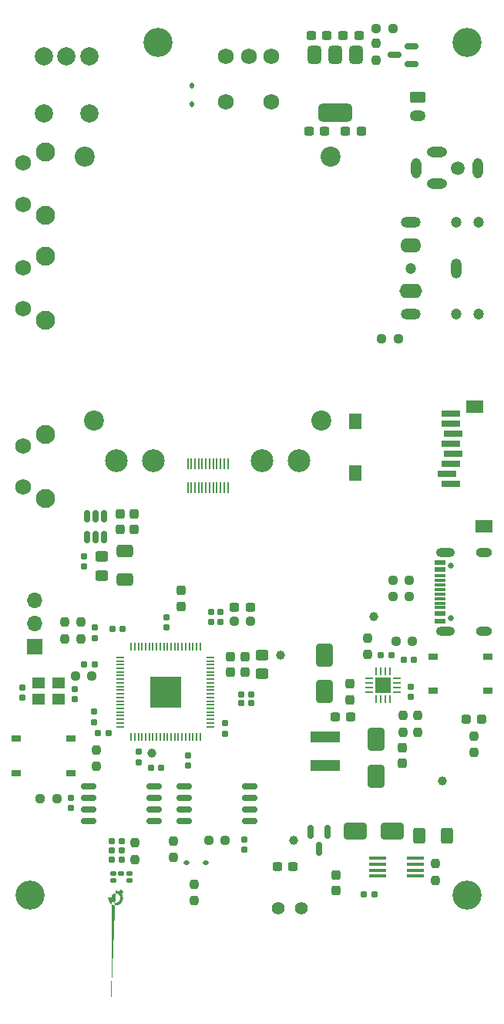
<source format=gbs>
%TF.GenerationSoftware,KiCad,Pcbnew,9.0.0*%
%TF.CreationDate,2025-07-15T21:36:04-06:00*%
%TF.ProjectId,OSS Radio Hardware Design,4f535320-5261-4646-996f-204861726477,rev?*%
%TF.SameCoordinates,Original*%
%TF.FileFunction,Soldermask,Bot*%
%TF.FilePolarity,Negative*%
%FSLAX46Y46*%
G04 Gerber Fmt 4.6, Leading zero omitted, Abs format (unit mm)*
G04 Created by KiCad (PCBNEW 9.0.0) date 2025-07-15 21:36:04*
%MOMM*%
%LPD*%
G01*
G04 APERTURE LIST*
G04 Aperture macros list*
%AMRoundRect*
0 Rectangle with rounded corners*
0 $1 Rounding radius*
0 $2 $3 $4 $5 $6 $7 $8 $9 X,Y pos of 4 corners*
0 Add a 4 corners polygon primitive as box body*
4,1,4,$2,$3,$4,$5,$6,$7,$8,$9,$2,$3,0*
0 Add four circle primitives for the rounded corners*
1,1,$1+$1,$2,$3*
1,1,$1+$1,$4,$5*
1,1,$1+$1,$6,$7*
1,1,$1+$1,$8,$9*
0 Add four rect primitives between the rounded corners*
20,1,$1+$1,$2,$3,$4,$5,0*
20,1,$1+$1,$4,$5,$6,$7,0*
20,1,$1+$1,$6,$7,$8,$9,0*
20,1,$1+$1,$8,$9,$2,$3,0*%
%AMFreePoly0*
4,1,64,0.031746,0.146090,0.079590,0.146090,0.235711,0.115036,0.382774,0.054120,0.515127,-0.034316,0.627684,-0.146873,0.716120,-0.279226,0.777036,-0.426289,0.808090,-0.582410,0.808090,-0.741590,0.777036,-0.897711,0.716120,-1.044774,0.627684,-1.177127,0.515127,-1.289684,0.382774,-1.378120,0.235711,-1.439036,0.079590,-1.470090,-0.079590,-1.470090,-0.235711,-1.439036,-0.382774,-1.378120,
-0.515127,-1.289684,-0.627684,-1.177127,-0.716120,-1.044774,-0.777036,-0.897711,-0.808090,-0.741590,-0.808090,-0.594594,-0.512000,-0.594594,-0.512000,-0.729406,-0.477108,-0.859625,-0.409702,-0.976375,-0.314375,-1.071702,-0.197625,-1.139108,-0.067406,-1.174000,0.067406,-1.174000,0.197625,-1.139108,0.314375,-1.071702,0.409702,-0.976375,0.477108,-0.859625,0.512000,-0.729406,0.512000,-0.594594,
0.477108,-0.464375,0.409702,-0.347625,0.314375,-0.252298,0.197625,-0.184892,0.067406,-0.150000,-0.067406,-0.150000,-0.197625,-0.184892,-0.314375,-0.252298,-0.409702,-0.347625,-0.477108,-0.464375,-0.512000,-0.594594,-0.808090,-0.594594,-0.808090,-0.582410,-0.777036,-0.426289,-0.716120,-0.279226,-0.627684,-0.146873,-0.515127,-0.034316,-0.382774,0.054120,-0.235711,0.115036,-0.079590,0.146090,
-0.031746,0.146090,-0.029264,0.147118,0.029264,0.147118,0.031746,0.146090,0.031746,0.146090,$1*%
G04 Aperture macros list end*
%ADD10R,1.000000X0.750000*%
%ADD11RoundRect,0.237500X-0.237500X0.250000X-0.237500X-0.250000X0.237500X-0.250000X0.237500X0.250000X0*%
%ADD12RoundRect,0.162500X-0.650000X-0.162500X0.650000X-0.162500X0.650000X0.162500X-0.650000X0.162500X0*%
%ADD13RoundRect,0.237500X0.250000X0.237500X-0.250000X0.237500X-0.250000X-0.237500X0.250000X-0.237500X0*%
%ADD14RoundRect,0.155000X-0.155000X0.212500X-0.155000X-0.212500X0.155000X-0.212500X0.155000X0.212500X0*%
%ADD15O,2.500000X1.600000*%
%ADD16O,2.200000X1.200000*%
%ADD17O,1.200000X2.200000*%
%ADD18O,2.300000X1.600000*%
%ADD19C,1.200000*%
%ADD20RoundRect,0.250000X-1.000000X-0.650000X1.000000X-0.650000X1.000000X0.650000X-1.000000X0.650000X0*%
%ADD21RoundRect,0.237500X-0.300000X-0.237500X0.300000X-0.237500X0.300000X0.237500X-0.300000X0.237500X0*%
%ADD22RoundRect,0.155000X0.155000X-0.212500X0.155000X0.212500X-0.155000X0.212500X-0.155000X-0.212500X0*%
%ADD23RoundRect,0.150000X-0.150000X0.512500X-0.150000X-0.512500X0.150000X-0.512500X0.150000X0.512500X0*%
%ADD24C,1.750000*%
%ADD25C,2.100000*%
%ADD26RoundRect,0.237500X0.237500X-0.250000X0.237500X0.250000X-0.237500X0.250000X-0.237500X-0.250000X0*%
%ADD27RoundRect,0.250000X0.650000X-1.000000X0.650000X1.000000X-0.650000X1.000000X-0.650000X-1.000000X0*%
%ADD28C,2.500000*%
%ADD29C,1.000000*%
%ADD30RoundRect,0.155000X-0.212500X-0.155000X0.212500X-0.155000X0.212500X0.155000X-0.212500X0.155000X0*%
%ADD31RoundRect,0.130500X0.169500X0.130500X-0.169500X0.130500X-0.169500X-0.130500X0.169500X-0.130500X0*%
%ADD32FreePoly0,90.000000*%
%ADD33C,0.500000*%
%ADD34R,1.400000X1.200000*%
%ADD35R,3.300000X1.200000*%
%ADD36RoundRect,0.237500X-0.237500X0.300000X-0.237500X-0.300000X0.237500X-0.300000X0.237500X0.300000X0*%
%ADD37C,2.000000*%
%ADD38RoundRect,0.237500X0.237500X-0.300000X0.237500X0.300000X-0.237500X0.300000X-0.237500X-0.300000X0*%
%ADD39RoundRect,0.155000X0.212500X0.155000X-0.212500X0.155000X-0.212500X-0.155000X0.212500X-0.155000X0*%
%ADD40O,1.700000X1.700000*%
%ADD41R,1.700000X1.700000*%
%ADD42O,2.100000X1.000000*%
%ADD43O,1.800000X1.000000*%
%ADD44R,1.240000X0.600000*%
%ADD45R,1.240000X0.300000*%
%ADD46C,0.650000*%
%ADD47RoundRect,0.237500X-0.250000X-0.237500X0.250000X-0.237500X0.250000X0.237500X-0.250000X0.237500X0*%
%ADD48R,1.828800X0.457200*%
%ADD49RoundRect,0.250000X0.450000X-0.325000X0.450000X0.325000X-0.450000X0.325000X-0.450000X-0.325000X0*%
%ADD50O,1.750000X1.200000*%
%ADD51RoundRect,0.250000X-0.625000X0.350000X-0.625000X-0.350000X0.625000X-0.350000X0.625000X0.350000X0*%
%ADD52RoundRect,0.237500X0.300000X0.237500X-0.300000X0.237500X-0.300000X-0.237500X0.300000X-0.237500X0*%
%ADD53RoundRect,0.150000X0.587500X0.150000X-0.587500X0.150000X-0.587500X-0.150000X0.587500X-0.150000X0*%
%ADD54RoundRect,0.250000X0.650000X-0.412500X0.650000X0.412500X-0.650000X0.412500X-0.650000X-0.412500X0*%
%ADD55R,0.203200X1.143000*%
%ADD56R,1.900000X1.400000*%
%ADD57R,1.400000X1.800000*%
%ADD58R,2.000000X0.800000*%
%ADD59O,1.108000X2.216000*%
%ADD60O,2.216000X1.108000*%
%ADD61C,1.500000*%
%ADD62RoundRect,0.375000X-0.375000X0.625000X-0.375000X-0.625000X0.375000X-0.625000X0.375000X0.625000X0*%
%ADD63RoundRect,0.500000X-1.400000X0.500000X-1.400000X-0.500000X1.400000X-0.500000X1.400000X0.500000X0*%
%ADD64RoundRect,0.112500X0.187500X0.112500X-0.187500X0.112500X-0.187500X-0.112500X0.187500X-0.112500X0*%
%ADD65RoundRect,0.150000X-0.150000X0.587500X-0.150000X-0.587500X0.150000X-0.587500X0.150000X0.587500X0*%
%ADD66RoundRect,0.237500X0.287500X0.237500X-0.287500X0.237500X-0.287500X-0.237500X0.287500X-0.237500X0*%
%ADD67RoundRect,0.112500X0.112500X-0.187500X0.112500X0.187500X-0.112500X0.187500X-0.112500X-0.187500X0*%
%ADD68RoundRect,0.250000X-0.450000X0.325000X-0.450000X-0.325000X0.450000X-0.325000X0.450000X0.325000X0*%
%ADD69R,1.752600X1.752600*%
%ADD70R,0.254000X0.914400*%
%ADD71R,0.914400X0.254000*%
%ADD72C,1.400000*%
%ADD73RoundRect,0.250000X0.400000X0.625000X-0.400000X0.625000X-0.400000X-0.625000X0.400000X-0.625000X0*%
%ADD74R,3.400000X3.400000*%
%ADD75RoundRect,0.050000X0.350000X-0.050000X0.350000X0.050000X-0.350000X0.050000X-0.350000X-0.050000X0*%
%ADD76RoundRect,0.050000X0.050000X-0.350000X0.050000X0.350000X-0.050000X0.350000X-0.050000X-0.350000X0*%
%ADD77C,2.200000*%
%ADD78C,3.200000*%
G04 APERTURE END LIST*
D10*
%TO.C,SW_RESET1*%
X67500000Y-125875000D03*
X61500000Y-125875000D03*
X67500000Y-129625000D03*
X61500000Y-129625000D03*
%TD*%
D11*
%TO.C,R38*%
X104000000Y-125137500D03*
X104000000Y-123312500D03*
%TD*%
D12*
%TO.C,U5*%
X76587500Y-134905000D03*
X76587500Y-133635000D03*
X76587500Y-132365000D03*
X76587500Y-131095000D03*
X69412500Y-131095000D03*
X69412500Y-132365000D03*
X69412500Y-133635000D03*
X69412500Y-134905000D03*
%TD*%
D13*
%TO.C,R1*%
X82587500Y-137000000D03*
X84412500Y-137000000D03*
%TD*%
D14*
%TO.C,C14*%
X82875000Y-113067500D03*
X82875000Y-111932500D03*
%TD*%
D10*
%TO.C,SW_BOOTSEL1*%
X113250000Y-116875000D03*
X107250000Y-116875000D03*
X113250000Y-120625000D03*
X107250000Y-120625000D03*
%TD*%
D15*
%TO.C,J8*%
X104775000Y-76750000D03*
D16*
X104775000Y-79250000D03*
D17*
X109775000Y-74250000D03*
D18*
X104775000Y-71750000D03*
D16*
X104775000Y-69250000D03*
D19*
X109775000Y-79250000D03*
X112275000Y-79250000D03*
X104775000Y-74250000D03*
X109775000Y-69250000D03*
X112275000Y-69250000D03*
%TD*%
D20*
%TO.C,D55*%
X102752400Y-135980700D03*
X98752400Y-135980700D03*
%TD*%
D21*
%TO.C,C78*%
X95362500Y-59250000D03*
X93637500Y-59250000D03*
%TD*%
D22*
%TO.C,C1*%
X86500000Y-136932500D03*
X86500000Y-138067500D03*
%TD*%
D12*
%TO.C,U1*%
X87087500Y-134905000D03*
X87087500Y-133635000D03*
X87087500Y-132365000D03*
X87087500Y-131095000D03*
X79912500Y-131095000D03*
X79912500Y-132365000D03*
X79912500Y-133635000D03*
X79912500Y-134905000D03*
%TD*%
D23*
%TO.C,U4*%
X69250000Y-103787500D03*
X70200000Y-103787500D03*
X71150000Y-103787500D03*
X71150000Y-101512500D03*
X70200000Y-101512500D03*
X69250000Y-101512500D03*
%TD*%
D24*
%TO.C,SW_SIDE1*%
X62212500Y-67225000D03*
X62212500Y-62725000D03*
D25*
X64702500Y-68485000D03*
X64702500Y-61475000D03*
%TD*%
D26*
%TO.C,R50*%
X70250000Y-127087500D03*
X70250000Y-128912500D03*
%TD*%
D27*
%TO.C,D30*%
X95337500Y-116725000D03*
X95337500Y-120725000D03*
%TD*%
D28*
%TO.C,TP2*%
X92499999Y-95399800D03*
%TD*%
D29*
%TO.C,TP12*%
X100750000Y-112500000D03*
%TD*%
D30*
%TO.C,C43*%
X73067500Y-137136000D03*
X71932500Y-137136000D03*
%TD*%
%TO.C,C47*%
X73067500Y-139136000D03*
X71932500Y-139136000D03*
%TD*%
D26*
%TO.C,R23*%
X74500000Y-137319500D03*
X74500000Y-139144500D03*
%TD*%
D30*
%TO.C,C49*%
X73067500Y-138136000D03*
X71932500Y-138136000D03*
%TD*%
D31*
%TO.C,U8*%
X73000000Y-140636000D03*
X72100000Y-140636000D03*
X72100000Y-141458000D03*
D32*
X72338000Y-142710000D03*
D31*
X73900000Y-141458000D03*
X73900000Y-140636000D03*
D33*
X73000000Y-142710000D03*
%TD*%
D34*
%TO.C,Y1*%
X66100000Y-119800000D03*
X63900000Y-119800000D03*
X63900000Y-121500000D03*
X66100000Y-121500000D03*
%TD*%
D35*
%TO.C,L3*%
X95440000Y-128780000D03*
X95440000Y-125680000D03*
%TD*%
D28*
%TO.C,TP3*%
X72499999Y-95399800D03*
%TD*%
D36*
%TO.C,C97*%
X72895000Y-102900000D03*
X72895000Y-101175000D03*
%TD*%
D22*
%TO.C,C15*%
X62100000Y-120232500D03*
X62100000Y-121367500D03*
%TD*%
D37*
%TO.C,U11*%
X69500000Y-57250000D03*
X64500000Y-57250000D03*
X69500000Y-51000000D03*
X67000000Y-51000000D03*
X64500000Y-51000000D03*
%TD*%
D38*
%TO.C,C4*%
X86570000Y-116887500D03*
X86570000Y-118612500D03*
%TD*%
D22*
%TO.C,C11*%
X70010000Y-122932500D03*
X70010000Y-124067500D03*
%TD*%
D28*
%TO.C,TP4*%
X76499999Y-95399800D03*
%TD*%
D39*
%TO.C,C52*%
X101520000Y-116725000D03*
X102655000Y-116725000D03*
%TD*%
D22*
%TO.C,C7*%
X70080000Y-113682500D03*
X70080000Y-114817500D03*
%TD*%
D40*
%TO.C,J1*%
X63500000Y-110695000D03*
X63500000Y-113235000D03*
D41*
X63500000Y-115775000D03*
%TD*%
D28*
%TO.C,TP1*%
X88499999Y-95399800D03*
%TD*%
D14*
%TO.C,C12*%
X78000000Y-113667500D03*
X78000000Y-112532500D03*
%TD*%
D30*
%TO.C,C68*%
X71577500Y-125250000D03*
X70442500Y-125250000D03*
%TD*%
%TO.C,C37*%
X87317500Y-121000000D03*
X86182500Y-121000000D03*
%TD*%
D38*
%TO.C,C51*%
X98087500Y-119862500D03*
X98087500Y-121587500D03*
%TD*%
D26*
%TO.C,R18*%
X68580000Y-113087500D03*
X68580000Y-114912500D03*
%TD*%
D42*
%TO.C,J2*%
X108650000Y-114070000D03*
D43*
X112850000Y-114070000D03*
D42*
X108650000Y-105430000D03*
D43*
X112850000Y-105430000D03*
D44*
X108050000Y-106550000D03*
X108050000Y-107350000D03*
D45*
X108050000Y-108000000D03*
X108050000Y-109000000D03*
X108050000Y-110500000D03*
X108050000Y-111500000D03*
D44*
X108050000Y-112150000D03*
X108050000Y-112950000D03*
X108050000Y-112950000D03*
X108050000Y-112150000D03*
D45*
X108050000Y-111000000D03*
X108050000Y-110000000D03*
X108050000Y-109500000D03*
X108050000Y-108500000D03*
D44*
X108050000Y-107350000D03*
X108050000Y-106550000D03*
D46*
X109170000Y-112640000D03*
X109170000Y-106860000D03*
%TD*%
D47*
%TO.C,R54*%
X103412500Y-82000000D03*
X101587500Y-82000000D03*
%TD*%
D48*
%TO.C,U9*%
X101156900Y-139005701D03*
X101156900Y-139655699D03*
X101156900Y-140305701D03*
X101156900Y-140955699D03*
X105347900Y-140955699D03*
X105347900Y-140305701D03*
X105347900Y-139655699D03*
X105347900Y-139005701D03*
%TD*%
D29*
%TO.C,TP8*%
X76400000Y-127450000D03*
%TD*%
D26*
%TO.C,R28*%
X78750000Y-137087500D03*
X78750000Y-138912500D03*
%TD*%
D49*
%TO.C,L1*%
X88500000Y-116725000D03*
X88500000Y-118775000D03*
%TD*%
D50*
%TO.C,J6*%
X105550000Y-57500000D03*
D51*
X105550000Y-55500000D03*
%TD*%
D52*
%TO.C,C54*%
X90137500Y-139900000D03*
X91862500Y-139900000D03*
%TD*%
D53*
%TO.C,Q7*%
X103012500Y-50875000D03*
X104887500Y-51825000D03*
X104887500Y-49925000D03*
%TD*%
D11*
%TO.C,R17*%
X66830000Y-114912500D03*
X66830000Y-113087500D03*
%TD*%
D29*
%TO.C,TP11*%
X90500000Y-116750000D03*
%TD*%
D21*
%TO.C,C58*%
X98200000Y-123475000D03*
X96475000Y-123475000D03*
%TD*%
D22*
%TO.C,C67*%
X74925000Y-127307500D03*
X74925000Y-128442500D03*
%TD*%
D54*
%TO.C,C99*%
X73395000Y-105250000D03*
X73395000Y-108375000D03*
%TD*%
D55*
%TO.C,J5*%
X80299999Y-95680000D03*
X80700001Y-95680000D03*
X81100000Y-95680000D03*
X81499999Y-95680000D03*
X81900001Y-95680000D03*
X82300000Y-95680000D03*
X82700000Y-95680000D03*
X83099999Y-95680000D03*
X83500001Y-95680000D03*
X83900000Y-95680000D03*
X84299999Y-95680000D03*
X84700001Y-95680000D03*
X80299999Y-98320000D03*
X80700001Y-98320000D03*
X81100000Y-98320000D03*
X81499999Y-98320000D03*
X81900001Y-98320000D03*
X82300000Y-98320000D03*
X82700000Y-98320000D03*
X83099999Y-98320000D03*
X83500001Y-98320000D03*
X83900000Y-98320000D03*
X84299999Y-98320000D03*
X84700001Y-98320000D03*
%TD*%
D11*
%TO.C,R36*%
X100087500Y-116637500D03*
X100087500Y-114812500D03*
%TD*%
D47*
%TO.C,R4*%
X104662500Y-110250000D03*
X102837500Y-110250000D03*
%TD*%
D30*
%TO.C,C9*%
X73147500Y-113800000D03*
X72012500Y-113800000D03*
%TD*%
D56*
%TO.C,J4*%
X112825000Y-102600000D03*
X111825000Y-89450000D03*
D57*
X98675000Y-96750000D03*
X98675000Y-91050000D03*
D58*
X109225000Y-90240000D03*
X109225000Y-91340000D03*
X109425000Y-92440000D03*
X109225000Y-93540000D03*
X109425000Y-94640000D03*
X109225000Y-95740000D03*
X108825000Y-96840000D03*
X109225000Y-97940000D03*
%TD*%
D39*
%TO.C,C61*%
X104020000Y-117225000D03*
X105155000Y-117225000D03*
%TD*%
D59*
%TO.C,J7*%
X105375000Y-63250000D03*
D60*
X107675000Y-61500000D03*
X107675000Y-65000000D03*
D59*
X112175000Y-63250000D03*
D61*
X109975000Y-63250000D03*
%TD*%
D39*
%TO.C,C17*%
X68932500Y-117750000D03*
X70067500Y-117750000D03*
%TD*%
D62*
%TO.C,U13*%
X98800000Y-50850000D03*
D63*
X96500000Y-57150000D03*
D62*
X96500000Y-50850000D03*
X94200000Y-50850000D03*
%TD*%
D26*
%TO.C,R37*%
X105605000Y-123312500D03*
X105605000Y-125137500D03*
%TD*%
D14*
%TO.C,C19*%
X67900000Y-121567500D03*
X67900000Y-120432500D03*
%TD*%
D64*
%TO.C,D59*%
X80200000Y-139500000D03*
X82300000Y-139500000D03*
%TD*%
D26*
%TO.C,R29*%
X107500000Y-139587500D03*
X107500000Y-141412500D03*
%TD*%
D39*
%TO.C,C55*%
X99684900Y-142980700D03*
X100819900Y-142980700D03*
%TD*%
D13*
%TO.C,R39*%
X103175000Y-115225000D03*
X105000000Y-115225000D03*
%TD*%
D65*
%TO.C,Q2*%
X94752400Y-137980700D03*
X95702400Y-136105700D03*
X93802400Y-136105700D03*
%TD*%
D29*
%TO.C,TP30*%
X91900000Y-137000000D03*
%TD*%
D36*
%TO.C,C96*%
X74395000Y-102900000D03*
X74395000Y-101175000D03*
%TD*%
D47*
%TO.C,R2*%
X87207500Y-113000000D03*
X85382500Y-113000000D03*
%TD*%
D66*
%TO.C,D26*%
X110875000Y-123750000D03*
X112625000Y-123750000D03*
%TD*%
D22*
%TO.C,C8*%
X80300000Y-127682500D03*
X80300000Y-128817500D03*
%TD*%
%TO.C,C59*%
X104837500Y-120182500D03*
X104837500Y-121317500D03*
%TD*%
%TO.C,C66*%
X84400000Y-124182500D03*
X84400000Y-125317500D03*
%TD*%
D11*
%TO.C,R10*%
X101000000Y-51412500D03*
X101000000Y-49587500D03*
%TD*%
D38*
%TO.C,C16*%
X79600000Y-109637500D03*
X79600000Y-111362500D03*
%TD*%
D67*
%TO.C,D29*%
X80750000Y-54200000D03*
X80750000Y-56300000D03*
%TD*%
D11*
%TO.C,R49*%
X111750000Y-127412500D03*
X111750000Y-125587500D03*
%TD*%
D52*
%TO.C,C69*%
X97637500Y-59250000D03*
X99362500Y-59250000D03*
%TD*%
D68*
%TO.C,L4*%
X70895000Y-107950000D03*
X70895000Y-105900000D03*
%TD*%
D52*
%TO.C,C2*%
X85432500Y-111500000D03*
X87157500Y-111500000D03*
%TD*%
D13*
%TO.C,R11*%
X101012500Y-47975000D03*
X102837500Y-47975000D03*
%TD*%
D14*
%TO.C,C41*%
X67500000Y-133500000D03*
X67500000Y-132365000D03*
%TD*%
D24*
%TO.C,SW_SIDE2*%
X62212500Y-98225000D03*
X62212500Y-93725000D03*
D25*
X64702500Y-99485000D03*
X64702500Y-92475000D03*
%TD*%
D39*
%TO.C,C18*%
X76232500Y-129100000D03*
X77367500Y-129100000D03*
%TD*%
D38*
%TO.C,C3*%
X85000000Y-116887500D03*
X85000000Y-118612500D03*
%TD*%
D69*
%TO.C,U10*%
X101750189Y-119999000D03*
D70*
X101000000Y-121523000D03*
X101500126Y-121523000D03*
X102000252Y-121523000D03*
X102500378Y-121523000D03*
D71*
X103274189Y-120749189D03*
X103274189Y-120249063D03*
X103274189Y-119748937D03*
X103274189Y-119248811D03*
D70*
X102500378Y-118475000D03*
X102000252Y-118475000D03*
X101500126Y-118475000D03*
X101000000Y-118475000D03*
D71*
X100226189Y-119248811D03*
X100226189Y-119748937D03*
X100226189Y-120249063D03*
X100226189Y-120749189D03*
%TD*%
D24*
%TO.C,SW_PTT1*%
X62212500Y-78725000D03*
X62212500Y-74225000D03*
D25*
X64702500Y-79985000D03*
X64702500Y-72975000D03*
%TD*%
D36*
%TO.C,C60*%
X103837500Y-128587500D03*
X103837500Y-126862500D03*
%TD*%
D14*
%TO.C,C98*%
X68895000Y-106992500D03*
X68895000Y-105857500D03*
%TD*%
D72*
%TO.C,J9*%
X92790000Y-144500000D03*
X90250000Y-144500000D03*
%TD*%
D24*
%TO.C,SW1*%
X89500000Y-56000000D03*
X84500000Y-56000000D03*
X87000000Y-51000000D03*
X89500000Y-51000000D03*
X84500000Y-51000000D03*
%TD*%
D73*
%TO.C,R25*%
X105702400Y-136480700D03*
X108802400Y-136480700D03*
%TD*%
D13*
%TO.C,R7*%
X64087500Y-132500000D03*
X65912500Y-132500000D03*
%TD*%
D36*
%TO.C,C53*%
X96600000Y-142562500D03*
X96600000Y-140837500D03*
%TD*%
D21*
%TO.C,C63*%
X99112500Y-48750000D03*
X97387500Y-48750000D03*
%TD*%
D74*
%TO.C,U7*%
X77880000Y-120750000D03*
D75*
X82830000Y-124550000D03*
X82830000Y-124150000D03*
X82830000Y-123750000D03*
X82830000Y-123350000D03*
X82830000Y-122950000D03*
X82830000Y-122550000D03*
X82830000Y-122150000D03*
X82830000Y-121750000D03*
X82830000Y-121350000D03*
X82830000Y-120950000D03*
X82830000Y-120550000D03*
X82830000Y-120150000D03*
X82830000Y-119750000D03*
X82830000Y-119350000D03*
X82830000Y-118950000D03*
X82830000Y-118550000D03*
X82830000Y-118150000D03*
X82830000Y-117750000D03*
X82830000Y-117350000D03*
X82830000Y-116950000D03*
D76*
X81680000Y-115800000D03*
X81280000Y-115800000D03*
X80880000Y-115800000D03*
X80480000Y-115800000D03*
X80080000Y-115800000D03*
X79680000Y-115800000D03*
X79280000Y-115800000D03*
X78880000Y-115800000D03*
X78480000Y-115800000D03*
X78080000Y-115800000D03*
X77680000Y-115800000D03*
X77280000Y-115800000D03*
X76880000Y-115800000D03*
X76480000Y-115800000D03*
X76080000Y-115800000D03*
X75680000Y-115800000D03*
X75280000Y-115800000D03*
X74880000Y-115800000D03*
X74480000Y-115800000D03*
X74080000Y-115800000D03*
D75*
X72930000Y-116950000D03*
X72930000Y-117350000D03*
X72930000Y-117750000D03*
X72930000Y-118150000D03*
X72930000Y-118550000D03*
X72930000Y-118950000D03*
X72930000Y-119350000D03*
X72930000Y-119750000D03*
X72930000Y-120150000D03*
X72930000Y-120550000D03*
X72930000Y-120950000D03*
X72930000Y-121350000D03*
X72930000Y-121750000D03*
X72930000Y-122150000D03*
X72930000Y-122550000D03*
X72930000Y-122950000D03*
X72930000Y-123350000D03*
X72930000Y-123750000D03*
X72930000Y-124150000D03*
X72930000Y-124550000D03*
D76*
X74080000Y-125700000D03*
X74480000Y-125700000D03*
X74880000Y-125700000D03*
X75280000Y-125700000D03*
X75680000Y-125700000D03*
X76080000Y-125700000D03*
X76480000Y-125700000D03*
X76880000Y-125700000D03*
X77280000Y-125700000D03*
X77680000Y-125700000D03*
X78080000Y-125700000D03*
X78480000Y-125700000D03*
X78880000Y-125700000D03*
X79280000Y-125700000D03*
X79680000Y-125700000D03*
X80080000Y-125700000D03*
X80480000Y-125700000D03*
X80880000Y-125700000D03*
X81280000Y-125700000D03*
X81680000Y-125700000D03*
%TD*%
D39*
%TO.C,C10*%
X86182500Y-122000000D03*
X87317500Y-122000000D03*
%TD*%
D21*
%TO.C,C64*%
X95612500Y-48750000D03*
X93887500Y-48750000D03*
%TD*%
D47*
%TO.C,R5*%
X104662500Y-108500000D03*
X102837500Y-108500000D03*
%TD*%
D27*
%TO.C,D54*%
X101000000Y-125975000D03*
X101000000Y-129975000D03*
%TD*%
D13*
%TO.C,R6*%
X67937500Y-118975000D03*
X69762500Y-118975000D03*
%TD*%
D14*
%TO.C,C13*%
X83875000Y-113067500D03*
X83875000Y-111932500D03*
%TD*%
D29*
%TO.C,TP5*%
X108250000Y-130500000D03*
%TD*%
D26*
%TO.C,R3*%
X81000000Y-141837500D03*
X81000000Y-143662500D03*
%TD*%
D77*
%TO.C,H5*%
X69000000Y-62000000D03*
%TD*%
D78*
%TO.C,H4*%
X63000000Y-143000000D03*
%TD*%
D77*
%TO.C,H8*%
X70000000Y-91000000D03*
%TD*%
%TO.C,H6*%
X96000000Y-62000000D03*
%TD*%
D78*
%TO.C,H1*%
X111000000Y-49500000D03*
%TD*%
D77*
%TO.C,H7*%
X95000000Y-91000000D03*
%TD*%
D78*
%TO.C,H2*%
X111000000Y-143000000D03*
%TD*%
%TO.C,H3*%
X77000000Y-49500000D03*
%TD*%
M02*

</source>
